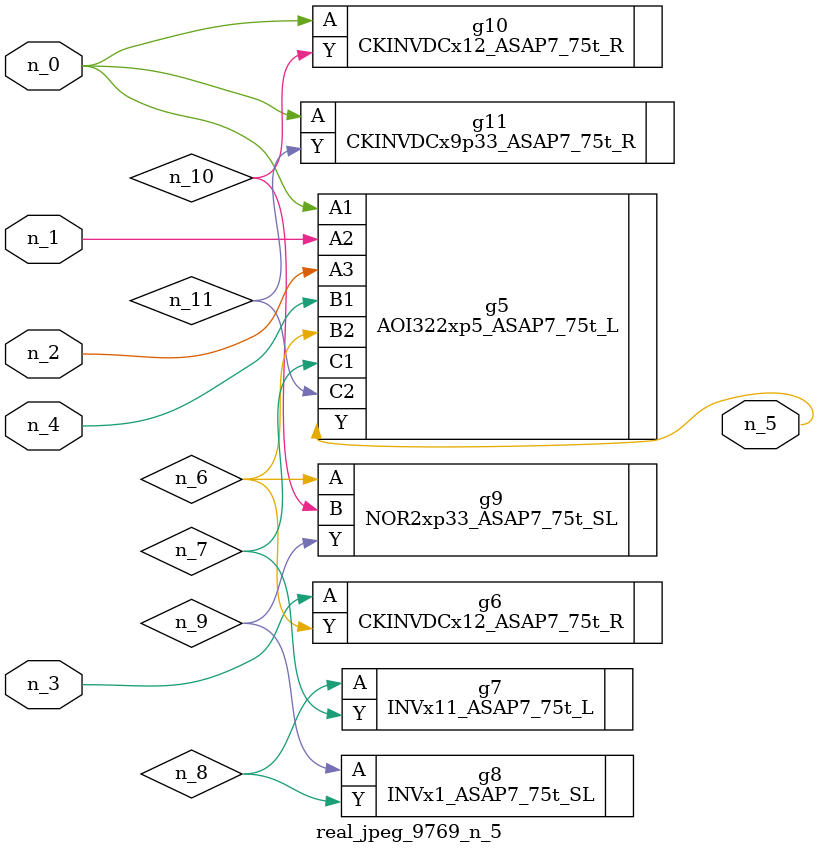
<source format=v>
module real_jpeg_9769_n_5 (n_4, n_0, n_1, n_2, n_3, n_5);

input n_4;
input n_0;
input n_1;
input n_2;
input n_3;

output n_5;

wire n_8;
wire n_11;
wire n_6;
wire n_7;
wire n_10;
wire n_9;

AOI322xp5_ASAP7_75t_L g5 ( 
.A1(n_0),
.A2(n_1),
.A3(n_2),
.B1(n_4),
.B2(n_6),
.C1(n_7),
.C2(n_11),
.Y(n_5)
);

CKINVDCx12_ASAP7_75t_R g10 ( 
.A(n_0),
.Y(n_10)
);

CKINVDCx9p33_ASAP7_75t_R g11 ( 
.A(n_0),
.Y(n_11)
);

CKINVDCx12_ASAP7_75t_R g6 ( 
.A(n_3),
.Y(n_6)
);

NOR2xp33_ASAP7_75t_SL g9 ( 
.A(n_6),
.B(n_10),
.Y(n_9)
);

INVx11_ASAP7_75t_L g7 ( 
.A(n_8),
.Y(n_7)
);

INVx1_ASAP7_75t_SL g8 ( 
.A(n_9),
.Y(n_8)
);


endmodule
</source>
